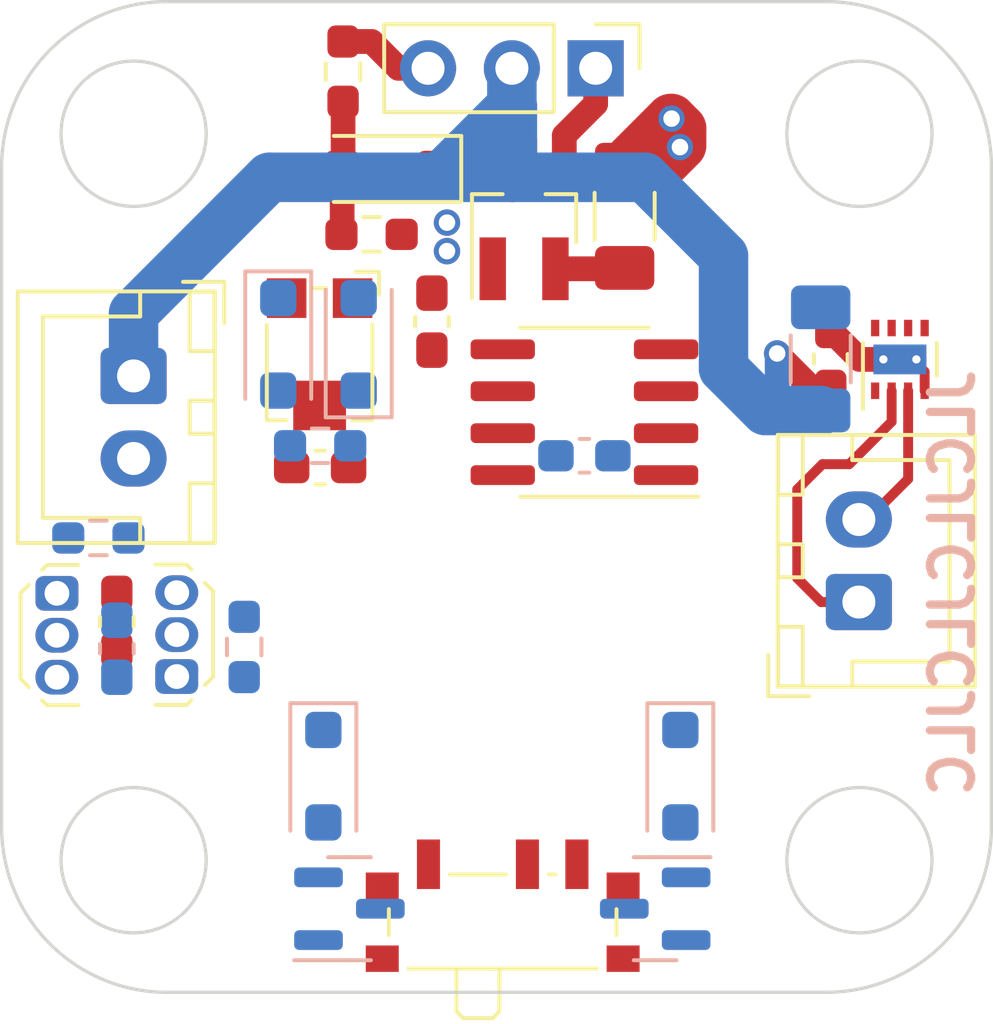
<source format=kicad_pcb>
(kicad_pcb (version 20221018) (generator pcbnew)
  (layers (0 "F.Cu" signal) (31 "B.Cu" signal) (34 "B.Paste" user) (35 "F.Paste" user) (36 "B.SilkS" user "B.Silkscreen") (37 "F.SilkS" user "F.Silkscreen") (38 "B.Mask" user) (39 "F.Mask" user) (44 "Edge.Cuts" user))
  (net 0 "")
  (net 1 "+5V")
  (net 2 "GND")
  (net 3 "VCC")
  (net 4 "EN")
  (net 5 "Net-(U2-VCC)")
  (net 6 "Net-(U1-VCC)")
  (net 7 "Net-(U4-CV)")
  (net 8 "555_TR{slash}THR")
  (net 9 "Net-(D1-K)")
  (net 10 "Net-(D1-A)")
  (net 11 "Net-(D2-A)")
  (net 12 "Net-(D3-A)")
  (net 13 "Net-(D4-K)")
  (net 14 "555_DIS")
  (net 15 "Net-(D5-A)")
  (net 16 "Net-(J1-Pin_1)")
  (net 17 "Net-(J1-Pin_2)")
  (net 18 "Net-(JP1-B)")
  (net 19 "FET_A")
  (net 20 "Net-(Q1-D)")
  (net 21 "FET_B")
  (net 22 "Net-(Q2-D)")
  (net 23 "PWM")
  (net 24 "DIR")
  (footprint "Connector_JST:JST_XH_B2B-XH-A_1x02_P2.50mm_Vertical" (layer "F.Cu") (at 40.983599 33.1821 90)
    (fp_text reference "J1" hide)
    (fp_text value "1x2_Socket" hide)
    (fp_line (start -2.85 -2.75) (end -2.85 -1.5) (stroke (width 0.12)) (layer "F.SilkS"))
    (fp_line (start -2.56 -2.46) (end -2.56 3.51) (stroke (width 0.12)) (layer "F.SilkS"))
    (fp_line (start -2.56 3.51) (end 5.06 3.51) (stroke (width 0.12)) (layer "F.SilkS"))
    (fp_line (start -2.55 -2.45) (end -2.55 -1.7) (stroke (width 0.12)) (layer "F.SilkS"))
    (fp_line (start -2.55 -1.7) (end -0.75 -1.7) (stroke (width 0.12)) (layer "F.SilkS"))
    (fp_line (start -2.55 -0.2) (end -1.8 -0.2) (stroke (width 0.12)) (layer "F.SilkS"))
    (fp_line (start -1.8 -0.2) (end -1.8 2.75) (stroke (width 0.12)) (layer "F.SilkS"))
    (fp_line (start -1.8 2.75) (end 1.25 2.75) (stroke (width 0.12)) (layer "F.SilkS"))
    (fp_line (start -1.6 -2.75) (end -2.85 -2.75) (stroke (width 0.12)) (layer "F.SilkS"))
    (fp_line (start -0.75 -2.45) (end -2.55 -2.45) (stroke (width 0.12)) (layer "F.SilkS"))
    (fp_line (start -0.75 -1.7) (end -0.75 -2.45) (stroke (width 0.12)) (layer "F.SilkS"))
    (fp_line (start 0.75 -2.45) (end 0.75 -1.7) (stroke (width 0.12)) (layer "F.SilkS"))
    (fp_line (start 0.75 -1.7) (end 1.75 -1.7) (stroke (width 0.12)) (layer "F.SilkS"))
    (fp_line (start 1.75 -2.45) (end 0.75 -2.45) (stroke (width 0.12)) (layer "F.SilkS"))
    (fp_line (start 1.75 -1.7) (end 1.75 -2.45) (stroke (width 0.12)) (layer "F.SilkS"))
    (fp_line (start 3.25 -2.45) (end 3.25 -1.7) (stroke (width 0.12)) (layer "F.SilkS"))
    (fp_line (start 3.25 -1.7) (end 5.05 -1.7) (stroke (width 0.12)) (layer "F.SilkS"))
    (fp_line (start 4.3 -0.2) (end 4.3 2.75) (stroke (width 0.12)) (layer "F.SilkS"))
    (fp_line (start 4.3 2.75) (end 1.25 2.75) (stroke (width 0.12)) (layer "F.SilkS"))
    (fp_line (start 5.05 -2.45) (end 3.25 -2.45) (stroke (width 0.12)) (layer "F.SilkS"))
    (fp_line (start 5.05 -1.7) (end 5.05 -2.45) (stroke (width 0.12)) (layer "F.SilkS"))
    (fp_line (start 5.05 -0.2) (end 4.3 -0.2) (stroke (width 0.12)) (layer "F.SilkS"))
    (fp_line (start 5.06 -2.46) (end -2.56 -2.46) (stroke (width 0.12)) (layer "F.SilkS"))
    (fp_line (start 5.06 3.51) (end 5.06 -2.46) (stroke (width 0.12)) (layer "F.SilkS"))
    (pad "1" thru_hole roundrect (at 0 0 90) (size 1.7 2) (drill 1) (layers "*.Cu" "*.Mask") (roundrect_rratio 0.147059) (net 16 "Net-(J1-Pin_1)"))
    (pad "2" thru_hole oval (at 2.5 0 90) (size 1.7 2) (drill 1) (layers "*.Cu" "*.Mask") (net 17 "Net-(J1-Pin_2)"))
  )
  (footprint "Capacitor_SMD:C_0603_1608Metric_Pad1.08x0.95mm_HandSolder" (layer "F.Cu") (at 18.4912 33.7809 -90)
    (fp_text reference "C6" hide)
    (fp_text value "4.7uF" hide)
    (fp_line (start -0.146267 -0.51) (end 0.146267 -0.51) (stroke (width 0.12)) (layer "F.SilkS"))
    (fp_line (start -0.146267 0.51) (end 0.146267 0.51) (stroke (width 0.12)) (layer "F.SilkS"))
    (pad "1" smd roundrect (at -0.8625 0 270) (size 1.075 0.95) (layers "F.Cu" "F.Paste" "F.Mask") (net 6 "Net-(U1-VCC)"))
    (pad "2" smd roundrect (at 0.8625 0 270) (size 1.075 0.95) (layers "F.Cu" "F.Paste" "F.Mask") (net 2 "GND"))
  )
  (footprint "Package_SO:SOIC-8_3.9x4.9mm_P1.27mm" (layer "F.Cu") (at 32.6644 27.4331 180)
    (fp_text reference "U4" hide)
    (fp_text value "NE555D" hide)
    (fp_line (start 0 -2.56) (end -3.45 -2.56) (stroke (width 0.12)) (layer "F.SilkS"))
    (fp_line (start 0 -2.56) (end 1.95 -2.56) (stroke (width 0.12)) (layer "F.SilkS"))
    (fp_line (start 0 2.56) (end -1.95 2.56) (stroke (width 0.12)) (layer "F.SilkS"))
    (fp_line (start 0 2.56) (end 1.95 2.56) (stroke (width 0.12)) (layer "F.SilkS"))
    (pad "1" smd roundrect (at -2.475 -1.905 180) (size 1.95 0.6) (layers "F.Cu" "F.Paste" "F.Mask") (net 2 "GND"))
    (pad "2" smd roundrect (at -2.475 -0.635 180) (size 1.95 0.6) (layers "F.Cu" "F.Paste" "F.Mask") (net 8 "555_TR{slash}THR"))
    (pad "3" smd roundrect (at -2.475 0.635 180) (size 1.95 0.6) (layers "F.Cu" "F.Paste" "F.Mask") (net 23 "PWM"))
    (pad "4" smd roundrect (at -2.475 1.905 180) (size 1.95 0.6) (layers "F.Cu" "F.Paste" "F.Mask") (net 4 "EN"))
    (pad "5" smd roundrect (at 2.475 1.905 180) (size 1.95 0.6) (layers "F.Cu" "F.Paste" "F.Mask") (net 7 "Net-(U4-CV)"))
    (pad "6" smd roundrect (at 2.475 0.635 180) (size 1.95 0.6) (layers "F.Cu" "F.Paste" "F.Mask") (net 8 "555_TR{slash}THR"))
    (pad "7" smd roundrect (at 2.475 -0.635 180) (size 1.95 0.6) (layers "F.Cu" "F.Paste" "F.Mask") (net 14 "555_DIS"))
    (pad "8" smd roundrect (at 2.475 -1.905 180) (size 1.95 0.6) (layers "F.Cu" "F.Paste" "F.Mask") (net 4 "EN"))
  )
  (footprint "Button_Switch_SMD:SW_SPDT_PCM12" (layer "F.Cu") (at 30.1872 42.5526)
    (fp_text reference "SW1" hide)
    (fp_text value "SW_SPDT" hide)
    (fp_line (start -3.45 -0.07) (end -3.45 0.72) (stroke (width 0.12)) (layer "F.SilkS"))
    (fp_line (start -2.85 1.73) (end 2.85 1.73) (stroke (width 0.12)) (layer "F.SilkS"))
    (fp_line (start -1.6 -1.12) (end 0.1 -1.12) (stroke (width 0.12)) (layer "F.SilkS"))
    (fp_line (start -1.4 1.73) (end -1.4 3.02) (stroke (width 0.12)) (layer "F.SilkS"))
    (fp_line (start -1.4 3.02) (end -1.2 3.23) (stroke (width 0.12)) (layer "F.SilkS"))
    (fp_line (start -1.2 3.23) (end -0.3 3.23) (stroke (width 0.12)) (layer "F.SilkS"))
    (fp_line (start -0.1 3.02) (end -0.3 3.23) (stroke (width 0.12)) (layer "F.SilkS"))
    (fp_line (start -0.1 3.02) (end -0.1 1.73) (stroke (width 0.12)) (layer "F.SilkS"))
    (fp_line (start 1.4 -1.12) (end 1.6 -1.12) (stroke (width 0.12)) (layer "F.SilkS"))
    (fp_line (start 3.45 0.72) (end 3.45 -0.07) (stroke (width 0.12)) (layer "F.SilkS"))
    (pad "" smd rect (at -3.65 -0.78) (size 1 0.8) (layers "F.Cu" "F.Paste" "F.Mask"))
    (pad "" smd rect (at -3.65 1.43) (size 1 0.8) (layers "F.Cu" "F.Paste" "F.Mask"))
    (pad "" np_thru_hole circle (at -1.5 0.33) (size 0.9 0.9) (drill 0.9) (layers "*.Cu" "*.Mask"))
    (pad "" np_thru_hole circle (at 1.5 0.33) (size 0.9 0.9) (drill 0.9) (layers "*.Cu" "*.Mask"))
    (pad "" smd rect (at 3.65 -0.78) (size 1 0.8) (layers "F.Cu" "F.Paste" "F.Mask"))
    (pad "" smd rect (at 3.65 1.43) (size 1 0.8) (layers "F.Cu" "F.Paste" "F.Mask"))
    (pad "1" smd rect (at -2.25 -1.43) (size 0.7 1.5) (layers "F.Cu" "F.Paste" "F.Mask") (net 22 "Net-(Q2-D)"))
    (pad "2" smd rect (at 0.75 -1.43) (size 0.7 1.5) (layers "F.Cu" "F.Paste" "F.Mask") (net 1 "+5V"))
    (pad "3" smd rect (at 2.25 -1.43) (size 0.7 1.5) (layers "F.Cu" "F.Paste" "F.Mask") (net 20 "Net-(Q1-D)"))
  )
  (footprint "Capacitor_SMD:C_0603_1608Metric_Pad1.08x0.95mm_HandSolder" (layer "F.Cu") (at 24.654 29.1096)
    (fp_text reference "C8" hide)
    (fp_text value "100nF" hide)
    (fp_line (start -0.146267 -0.51) (end 0.146267 -0.51) (stroke (width 0.12)) (layer "F.SilkS"))
    (fp_line (start -0.146267 0.51) (end 0.146267 0.51) (stroke (width 0.12)) (layer "F.SilkS"))
    (pad "1" smd roundrect (at -0.8625 0) (size 1.075 0.95) (layers "F.Cu" "F.Paste" "F.Mask") (net 8 "555_TR{slash}THR"))
    (pad "2" smd roundrect (at 0.8625 0) (size 1.075 0.95) (layers "F.Cu" "F.Paste" "F.Mask") (net 2 "GND"))
  )
  (footprint "Resistor_SMD:R_0603_1608Metric_Pad0.98x0.95mm_HandSolder" (layer "F.Cu") (at 26.2128 22.0472)
    (fp_text reference "R2" hide)
    (fp_text value "200" hide)
    (fp_line (start -0.254724 -0.5225) (end 0.254724 -0.5225) (stroke (width 0.12)) (layer "F.SilkS"))
    (fp_line (start -0.254724 0.5225) (end 0.254724 0.5225) (stroke (width 0.12)) (layer "F.SilkS"))
    (pad "1" smd roundrect (at -0.9125 0) (size 0.975 0.95) (layers "F.Cu" "F.Paste" "F.Mask") (net 10 "Net-(D1-A)"))
    (pad "2" smd roundrect (at 0.9125 0) (size 0.975 0.95) (layers "F.Cu" "F.Paste" "F.Mask") (net 2 "GND"))
  )
  (footprint "Connector_PinHeader_2.54mm:PinHeader_1x03_P2.54mm_Vertical" (layer "F.Cu") (at 33.005 17.018 -90)
    (fp_text reference "JP1" hide)
    (fp_text value "Jumper_3_Bridged12" hide)
    (fp_line (start -1.33 -1.33) (end 0 -1.33) (stroke (width 0.12)) (layer "F.SilkS"))
    (fp_line (start -1.33 0) (end -1.33 -1.33) (stroke (width 0.12)) (layer "F.SilkS"))
    (fp_line (start -1.33 1.27) (end -1.33 6.41) (stroke (width 0.12)) (layer "F.SilkS"))
    (fp_line (start -1.33 1.27) (end 1.33 1.27) (stroke (width 0.12)) (layer "F.SilkS"))
    (fp_line (start -1.33 6.41) (end 1.33 6.41) (stroke (width 0.12)) (layer "F.SilkS"))
    (fp_line (start 1.33 1.27) (end 1.33 6.41) (stroke (width 0.12)) (layer "F.SilkS"))
    (pad "1" thru_hole rect (at 0 0 270) (size 1.7 1.7) (drill 1) (layers "*.Cu" "*.Mask") (net 9 "Net-(D1-K)"))
    (pad "2" thru_hole oval (at 0 2.54 270) (size 1.7 1.7) (drill 1) (layers "*.Cu" "*.Mask") (net 3 "VCC"))
    (pad "3" thru_hole oval (at 0 5.08 270) (size 1.7 1.7) (drill 1) (layers "*.Cu" "*.Mask") (net 18 "Net-(JP1-B)"))
  )
  (footprint "Capacitor_SMD:C_0603_1608Metric_Pad1.08x0.95mm_HandSolder" (layer "F.Cu") (at 40.132 25.8198 90)
    (fp_text reference "C2" hide)
    (fp_text value "100nF" hide)
    (fp_line (start -0.146267 -0.51) (end 0.146267 -0.51) (stroke (width 0.12)) (layer "F.SilkS"))
    (fp_line (start -0.146267 0.51) (end 0.146267 0.51) (stroke (width 0.12)) (layer "F.SilkS"))
    (pad "1" smd roundrect (at -0.8625 0 90) (size 1.075 0.95) (layers "F.Cu" "F.Paste" "F.Mask") (net 3 "VCC"))
    (pad "2" smd roundrect (at 0.8625 0 90) (size 1.075 0.95) (layers "F.Cu" "F.Paste" "F.Mask") (net 2 "GND"))
  )
  (footprint "Resistor_SMD:R_0603_1608Metric_Pad0.98x0.95mm_HandSolder" (layer "F.Cu") (at 25.3492 17.1196 -90)
    (fp_text reference "R1" hide)
    (fp_text value "100" hide)
    (fp_line (start -0.254724 -0.5225) (end 0.254724 -0.5225) (stroke (width 0.12)) (layer "F.SilkS"))
    (fp_line (start -0.254724 0.5225) (end 0.254724 0.5225) (stroke (width 0.12)) (layer "F.SilkS"))
    (pad "1" smd roundrect (at -0.9125 0 270) (size 0.975 0.95) (layers "F.Cu" "F.Paste" "F.Mask") (net 18 "Net-(JP1-B)"))
    (pad "2" smd roundrect (at 0.9125 0 270) (size 0.975 0.95) (layers "F.Cu" "F.Paste" "F.Mask") (net 10 "Net-(D1-A)"))
  )
  (footprint "Capacitor_SMD:C_1206_3216Metric_Pad1.33x1.80mm_HandSolder" (layer "F.Cu") (at 33.8836 21.5007 90)
    (fp_text reference "C1" hide)
    (fp_text value "10uF" hide)
    (fp_line (start -0.711252 -0.91) (end 0.711252 -0.91) (stroke (width 0.12)) (layer "F.SilkS"))
    (fp_line (start -0.711252 0.91) (end 0.711252 0.91) (stroke (width 0.12)) (layer "F.SilkS"))
    (pad "1" smd roundrect (at -1.5625 0 90) (size 1.325 1.8) (layers "F.Cu" "F.Paste" "F.Mask") (roundrect_rratio 0.188679) (net 1 "+5V"))
    (pad "2" smd roundrect (at 1.5625 0 90) (size 1.325 1.8) (layers "F.Cu" "F.Paste" "F.Mask") (roundrect_rratio 0.188679) (net 2 "GND"))
  )
  (footprint "Capacitor_SMD:C_0603_1608Metric_Pad1.08x0.95mm_HandSolder" (layer "F.Cu") (at 28.0416 24.6899 90)
    (fp_text reference "C7" hide)
    (fp_text value "100nF" hide)
    (fp_line (start -0.146267 -0.51) (end 0.146267 -0.51) (stroke (width 0.12)) (layer "F.SilkS"))
    (fp_line (start -0.146267 0.51) (end 0.146267 0.51) (stroke (width 0.12)) (layer "F.SilkS"))
    (pad "1" smd roundrect (at -0.8625 0 90) (size 1.075 0.95) (layers "F.Cu" "F.Paste" "F.Mask") (net 7 "Net-(U4-CV)"))
    (pad "2" smd roundrect (at 0.8625 0 90) (size 1.075 0.95) (layers "F.Cu" "F.Paste" "F.Mask") (net 2 "GND"))
  )
  (footprint "Package_SON:WSON-8-1EP_2x2mm_P0.5mm_EP0.9x1.6mm_ThermalVias" (layer "F.Cu") (at 42.2268 25.8339 90)
    (fp_text reference "U3" hide)
    (fp_text value "DRV8220DSG" hide)
    (fp_line (start -1.5 -1.12) (end 0.5 -1.12) (stroke (width 0.12)) (layer "F.SilkS"))
    (fp_line (start 0.5 1.12) (end -0.5 1.12) (stroke (width 0.12)) (layer "F.SilkS"))
    (pad "1" smd rect (at -0.95 -0.75 90) (size 0.5 0.25) (layers "F.Cu" "F.Paste" "F.Mask") (net 3 "VCC"))
    (pad "2" smd rect (at -0.95 -0.25 90) (size 0.5 0.25) (layers "F.Cu" "F.Paste" "F.Mask") (net 16 "Net-(J1-Pin_1)"))
    (pad "3" smd rect (at -0.95 0.25 90) (size 0.5 0.25) (layers "F.Cu" "F.Paste" "F.Mask") (net 17 "Net-(J1-Pin_2)"))
    (pad "4" smd rect (at -0.95 0.75 90) (size 0.5 0.25) (layers "F.Cu" "F.Paste" "F.Mask") (net 2 "GND"))
    (pad "5" smd rect (at 0.95 0.75 90) (size 0.5 0.25) (layers "F.Cu" "F.Paste" "F.Mask") (net 23 "PWM"))
    (pad "6" smd rect (at 0.95 0.25 90) (size 0.5 0.25) (layers "F.Cu" "F.Paste" "F.Mask") (net 24 "DIR"))
    (pad "7" smd rect (at 0.95 -0.25 90) (size 0.5 0.25) (layers "F.Cu" "F.Paste" "F.Mask") (net 1 "+5V"))
    (pad "8" smd rect (at 0.95 -0.75 90) (size 0.5 0.25) (layers "F.Cu" "F.Paste" "F.Mask") (net 4 "EN"))
    (pad "9" thru_hole circle (at 0 -0.5 90) (size 0.6 0.6) (drill 0.25) (layers "*.Cu") (net 2 "GND"))
    (pad "9" smd rect (at 0 0 90) (size 0.9 1.6) (layers "F.Cu" "F.Mask") (net 2 "GND"))
    (pad "9" smd rect (at 0 0 90) (size 0.9 1.6) (layers "B.Cu") (net 2 "GND"))
    (pad "9" thru_hole circle (at 0 0.5 90) (size 0.6 0.6) (drill 0.25) (layers "*.Cu") (net 2 "GND"))
  )
  (footprint "Diode_SMD:D_SOD-123F" (layer "F.Cu") (at 26.7208 20.066 180)
    (fp_text reference "D1" hide)
    (fp_text value "1N4007" hide)
    (fp_line (start -2.21 -1) (end -2.21 1) (stroke (width 0.12)) (layer "F.SilkS"))
    (fp_line (start -2.21 -1) (end 1.65 -1) (stroke (width 0.12)) (layer "F.SilkS"))
    (fp_line (start -2.21 1) (end 1.65 1) (stroke (width 0.12)) (layer "F.SilkS"))
    (pad "1" smd roundrect (at -1.4 0 180) (size 1.1 1.1) (layers "F.Cu" "F.Paste" "F.Mask") (roundrect_rratio 0.2272727273) (net 9 "Net-(D1-K)"))
    (pad "2" smd roundrect (at 1.4 0 180) (size 1.1 1.1) (layers "F.Cu" "F.Paste" "F.Mask") (roundrect_rratio 0.2272727273) (net 10 "Net-(D1-A)"))
  )
  (footprint "Connector_JST:JST_XH_B2B-XH-A_1x02_P2.50mm_Vertical" (layer "F.Cu") (at 18.9992 26.3344 -90)
    (fp_text reference "J2" hide)
    (fp_text value "1x2_Socket" hide)
    (fp_line (start -2.85 -2.75) (end -2.85 -1.5) (stroke (width 0.12)) (layer "F.SilkS"))
    (fp_line (start -2.56 -2.46) (end -2.56 3.51) (stroke (width 0.12)) (layer "F.SilkS"))
    (fp_line (start -2.56 3.51) (end 5.06 3.51) (stroke (width 0.12)) (layer "F.SilkS"))
    (fp_line (start -2.55 -2.45) (end -2.55 -1.7) (stroke (width 0.12)) (layer "F.SilkS"))
    (fp_line (start -2.55 -1.7) (end -0.75 -1.7) (stroke (width 0.12)) (layer "F.SilkS"))
    (fp_line (start -2.55 -0.2) (end -1.8 -0.2) (stroke (width 0.12)) (layer "F.SilkS"))
    (fp_line (start -1.8 -0.2) (end -1.8 2.75) (stroke (width 0.12)) (layer "F.SilkS"))
    (fp_line (start -1.8 2.75) (end 1.25 2.75) (stroke (width 0.12)) (layer "F.SilkS"))
    (fp_line (start -1.6 -2.75) (end -2.85 -2.75) (stroke (width 0.12)) (layer "F.SilkS"))
    (fp_line (start -0.75 -2.45) (end -2.55 -2.45) (stroke (width 0.12)) (layer "F.SilkS"))
    (fp_line (start -0.75 -1.7) (end -0.75 -2.45) (stroke (width 0.12)) (layer "F.SilkS"))
    (fp_line (start 0.75 -2.45) (end 0.75 -1.7) (stroke (width 0.12)) (layer "F.SilkS"))
    (fp_line (start 0.75 -1.7) (end 1.75 -1.7) (stroke (width 0.12)) (layer "F.SilkS"))
    (fp_line (start 1.75 -2.45) (end 0.75 -2.45) (stroke (width 0.12)) (layer "F.SilkS"))
    (fp_line (start 1.75 -1.7) (end 1.75 -2.45) (stroke (width 0.12)) (layer "F.SilkS"))
    (fp_line (start 3.25 -2.45) (end 3.25 -1.7) (stroke (width 0.12)) (layer "F.SilkS"))
    (fp_line (start 3.25 -1.7) (end 5.05 -1.7) (stroke (width 0.12)) (layer "F.SilkS"))
    (fp_line (start 4.3 -0.2) (end 4.3 2.75) (stroke (width 0.12)) (layer "F.SilkS"))
    (fp_line (start 4.3 2.75) (end 1.25 2.75) (stroke (width 0.12)) (layer "F.SilkS"))
    (fp_line (start 5.05 -2.45) (end 3.25 -2.45) (stroke (width 0.12)) (layer "F.SilkS"))
    (fp_line (start 5.05 -1.7) (end 5.05 -2.45) (stroke (width 0.12)) (layer "F.SilkS"))
    (fp_line (start 5.05 -0.2) (end 4.3 -0.2) (stroke (width 0.12)) (layer "F.SilkS"))
    (fp_line (start 5.06 -2.46) (end -2.56 -2.46) (stroke (width 0.12)) (layer "F.SilkS"))
    (fp_line (start 5.06 3.51) (end 5.06 -2.46) (stroke (width 0.12)) (layer "F.SilkS"))
    (pad "1" thru_hole roundrect (at 0 0 270) (size 1.7 2) (drill 1) (layers "*.Cu" "*.Mask") (roundrect_rratio 0.147059) (net 3 "VCC"))
    (pad "2" thru_hole oval (at 2.5 0 270) (size 1.7 2) (drill 1) (layers "*.Cu" "*.Mask") (net 2 "GND"))
  )
  (footprint "Package_TO_SOT_SMD:SOT-23_Handsoldering" (layer "F.Cu") (at 30.8356 21.59 90)
    (fp_text reference "U5" hide)
    (fp_text value "HT7350" hide)
    (fp_line (start 0.76 -1.58) (end -2.4 -1.58) (stroke (width 0.12)) (layer "F.SilkS"))
    (fp_line (start 0.76 -1.58) (end 0.76 -0.65) (stroke (width 0.12)) (layer "F.SilkS"))
    (fp_line (start 0.76 1.58) (end -0.7 1.58) (stroke (width 0.12)) (layer "F.SilkS"))
    (fp_line (start 0.76 1.58) (end 0.76 0.65) (stroke (width 0.12)) (layer "F.SilkS"))
    (pad "1" smd rect (at -1.5 -0.95 90) (size 1.9 0.8) (layers "F.Cu" "F.Paste" "F.Mask") (net 2 "GND"))
    (pad "2" smd rect (at -1.5 0.95 90) (size 1.9 0.8) (layers "F.Cu" "F.Paste" "F.Mask") (net 1 "+5V"))
    (pad "3" smd rect (at 1.5 0 90) (size 1.9 0.8) (layers "F.Cu" "F.Paste" "F.Mask") (net 9 "Net-(D1-K)"))
  )
  (footprint "Package_TO_SOT_THT:TO-92Flat" (layer "F.Cu") (at 16.675 32.9184 -90)
    (fp_text reference "U1" hide)
    (fp_text value "KTH1611SU-TO3" hide)
    (fp_line (start -0.86 0.3) (end -0.86 -0.65) (stroke (width 0.12)) (layer "F.SilkS"))
    (fp_line (start -0.71 0.45) (end -0.86 0.3) (stroke (width 0.12)) (layer "F.SilkS"))
    (fp_line (start -0.01 1.1) (end -0.26 0.85) (stroke (width 0.12)) (layer "F.SilkS"))
    (fp_line (start -0.01 1.1) (end 2.59 1.1) (stroke (width 0.12)) (layer "F.SilkS"))
    (fp_line (start 2.59 1.1) (end 2.84 0.85) (stroke (width 0.12)) (layer "F.SilkS"))
    (fp_line (start 3.24 0.45) (end 3.39 0.3) (stroke (width 0.12)) (layer "F.SilkS"))
    (fp_line (start 3.39 -0.65) (end 3.39 0.3) (stroke (width 0.12)) (layer "F.SilkS"))
    (pad "1" thru_hole roundrect (at 0 0 270) (size 1.05 1.3) (drill 0.75) (layers "*.Cu" "*.Mask") (roundrect_rratio 0.238) (net 6 "Net-(U1-VCC)"))
    (pad "2" thru_hole oval (at 1.27 0 270) (size 1.05 1.3) (drill 0.75) (layers "*.Cu" "*.Mask") (net 2 "GND"))
    (pad "3" thru_hole oval (at 2.54 0 270) (size 1.05 1.3) (drill 0.75) (layers "*.Cu" "*.Mask") (net 19 "FET_A"))
  )
  (footprint "Potentiometer_SMD:Potentiometer_Bourns_TC33X_Vertical" (layer "F.Cu") (at 24.638 25.7788 -90)
    (fp_text reference "VR1" hide)
    (fp_text value "TC33X" hide)
    (fp_line (start -2.6 -1.8) (end -2.6 -1.1) (stroke (width 0.12)) (layer "F.SilkS"))
    (fp_line (start -2.1 -0.2) (end -2.1 0.2) (stroke (width 0.12)) (layer "F.SilkS"))
    (fp_line (start -1.9 -1.8) (end -2.6 -1.8) (stroke (width 0.12)) (layer "F.SilkS"))
    (fp_line (start -1 -1.6) (end 1.9 -1.6) (stroke (width 0.12)) (layer "F.SilkS"))
    (fp_line (start -1 1.6) (end 1.9 1.6) (stroke (width 0.12)) (layer "F.SilkS"))
    (fp_line (start 1.9 -1.6) (end 1.9 -1) (stroke (width 0.12)) (layer "F.SilkS"))
    (fp_line (start 1.9 1.6) (end 1.9 1) (stroke (width 0.12)) (layer "F.SilkS"))
    (pad "1" smd rect (at -1.8 -1 270) (size 1.2 1.2) (layers "F.Cu" "F.Paste" "F.Mask") (net 15 "Net-(D5-A)"))
    (pad "2" smd rect (at 1.45 0 270) (size 1.5 1.6) (layers "F.Cu" "F.Paste" "F.Mask") (net 8 "555_TR{slash}THR"))
    (pad "3" smd rect (at -1.8 1 270) (size 1.2 1.2) (layers "F.Cu" "F.Paste" "F.Mask") (net 13 "Net-(D4-K)"))
  )
  (footprint "Package_TO_SOT_THT:TO-92Flat" (layer "F.Cu") (at 20.3074 35.438399 90)
    (fp_text reference "U2" hide)
    (fp_text value "KTH1611SU-TO3" hide)
    (fp_line (start -0.86 0.3) (end -0.86 -0.65) (stroke (width 0.12)) (layer "F.SilkS"))
    (fp_line (start -0.71 0.45) (end -0.86 0.3) (stroke (width 0.12)) (layer "F.SilkS"))
    (fp_line (start -0.01 1.1) (end -0.26 0.85) (stroke (width 0.12)) (layer "F.SilkS"))
    (fp_line (start -0.01 1.1) (end 2.59 1.1) (stroke (width 0.12)) (layer "F.SilkS"))
    (fp_line (start 2.59 1.1) (end 2.84 0.85) (stroke (width 0.12)) (layer "F.SilkS"))
    (fp_line (start 3.24 0.45) (end 3.39 0.3) (stroke (width 0.12)) (layer "F.SilkS"))
    (fp_line (start 3.39 -0.65) (end 3.39 0.3) (stroke (width 0.12)) (layer "F.SilkS"))
    (pad "1" thru_hole roundrect (at 0 0 90) (size 1.05 1.3) (drill 0.75) (layers "*.Cu" "*.Mask") (roundrect_rratio 0.238) (net 5 "Net-(U2-VCC)"))
    (pad "2" thru_hole oval (at 1.27 0 90) (size 1.05 1.3) (drill 0.75) (layers "*.Cu" "*.Mask") (net 2 "GND"))
    (pad "3" thru_hole oval (at 2.54 0 90) (size 1.05 1.3) (drill 0.75) (layers "*.Cu" "*.Mask") (net 21 "FET_B"))
  )
  (footprint "Diode_SMD:D_SOD-123F" (layer "B.Cu") (at 24.7516 38.4556 -90)
    (fp_text reference "D2" hide)
    (fp_text value "1N4007" hide)
    (fp_line (start -2.21 -1) (end 1.65 -1) (stroke (width 0.12)) (layer "B.SilkS"))
    (fp_line (start -2.21 1) (end -2.21 -1) (stroke (width 0.12)) (layer "B.SilkS"))
    (fp_line (start -2.21 1) (end 1.65 1) (stroke (width 0.12)) (layer "B.SilkS"))
    (pad "1" smd roundrect (at -1.4 0 270) (size 1.1 1.1) (layers "B.Cu" "B.Paste" "B.Mask") (roundrect_rratio 0.2272727273) (net 4 "EN"))
    (pad "2" smd roundrect (at 1.4 0 270) (size 1.1 1.1) (layers "B.Cu" "B.Paste" "B.Mask") (roundrect_rratio 0.2272727273) (net 11 "Net-(D2-A)"))
  )
  (footprint "Resistor_SMD:R_0603_1608Metric_Pad0.98x0.95mm_HandSolder" (layer "B.Cu") (at 17.9324 31.242 180)
    (fp_text reference "R3" hide)
    (fp_text value "200" hide)
    (fp_line (start -0.254724 -0.5225) (end 0.254724 -0.5225) (stroke (width 0.12)) (layer "B.SilkS"))
    (fp_line (start -0.254724 0.5225) (end 0.254724 0.5225) (stroke (width 0.12)) (layer "B.SilkS"))
    (pad "1" smd roundrect (at -0.9125 0 180) (size 0.975 0.95) (layers "B.Cu" "B.Paste" "B.Mask") (net 1 "+5V"))
    (pad "2" smd roundrect (at 0.9125 0 180) (size 0.975 0.95) (layers "B.Cu" "B.Paste" "B.Mask") (net 6 "Net-(U1-VCC)"))
  )
  (footprint "Resistor_SMD:R_0603_1608Metric_Pad0.98x0.95mm_HandSolder" (layer "B.Cu") (at 24.654 28.4492 180)
    (fp_text reference "R5" hide)
    (fp_text value "220" hide)
    (fp_line (start -0.254724 -0.5225) (end 0.254724 -0.5225) (stroke (width 0.12)) (layer "B.SilkS"))
    (fp_line (start -0.254724 0.5225) (end 0.254724 0.5225) (stroke (width 0.12)) (layer "B.SilkS"))
    (pad "1" smd roundrect (at -0.9125 0 180) (size 0.975 0.95) (layers "B.Cu" "B.Paste" "B.Mask") (net 4 "EN"))
    (pad "2" smd roundrect (at 0.9125 0 180) (size 0.975 0.95) (layers "B.Cu" "B.Paste" "B.Mask") (net 14 "555_DIS"))
  )
  (footprint "Capacitor_SMD:C_0603_1608Metric_Pad1.08x0.95mm_HandSolder" (layer "B.Cu") (at 18.4912 34.5959 90)
    (fp_text reference "C5" hide)
    (fp_text value "4.7uF" hide)
    (fp_line (start -0.146267 -0.51) (end 0.146267 -0.51) (stroke (width 0.12)) (layer "B.SilkS"))
    (fp_line (start -0.146267 0.51) (end 0.146267 0.51) (stroke (width 0.12)) (layer "B.SilkS"))
    (pad "1" smd roundrect (at -0.8625 0 90) (size 1.075 0.95) (layers "B.Cu" "B.Paste" "B.Mask") (net 5 "Net-(U2-VCC)"))
    (pad "2" smd roundrect (at 0.8625 0 90) (size 1.075 0.95) (layers "B.Cu" "B.Paste" "B.Mask") (net 2 "GND"))
  )
  (footprint "Resistor_SMD:R_0603_1608Metric_Pad0.98x0.95mm_HandSolder" (layer "B.Cu") (at 22.352 34.5421 -90)
    (fp_text reference "R4" hide)
    (fp_text value "200" hide)
    (fp_line (start -0.254724 -0.5225) (end 0.254724 -0.5225) (stroke (width 0.12)) (layer "B.SilkS"))
    (fp_line (start -0.254724 0.5225) (end 0.254724 0.5225) (stroke (width 0.12)) (layer "B.SilkS"))
    (pad "1" smd roundrect (at -0.9125 0 270) (size 0.975 0.95) (layers "B.Cu" "B.Paste" "B.Mask") (net 1 "+5V"))
    (pad "2" smd roundrect (at 0.9125 0 270) (size 0.975 0.95) (layers "B.Cu" "B.Paste" "B.Mask") (net 5 "Net-(U2-VCC)"))
  )
  (footprint "Package_TO_SOT_SMD:SOT-23" (layer "B.Cu") (at 34.81 42.4688 180)
    (fp_text reference "Q1" hide)
    (fp_text value "2N7002K" hide)
    (fp_line (start 0 -1.56) (end -0.65 -1.56) (stroke (width 0.12)) (layer "B.SilkS"))
    (fp_line (start 0 -1.56) (end 0.65 -1.56) (stroke (width 0.12)) (layer "B.SilkS"))
    (fp_line (start 0 1.56) (end -1.675 1.56) (stroke (width 0.12)) (layer "B.SilkS"))
    (fp_line (start 0 1.56) (end 0.65 1.56) (stroke (width 0.12)) (layer "B.SilkS"))
    (pad "1" smd roundrect (at -0.9375 0.95 180) (size 1.475 0.6) (layers "B.Cu" "B.Paste" "B.Mask") (net 19 "FET_A"))
    (pad "2" smd roundrect (at -0.9375 -0.95 180) (size 1.475 0.6) (layers "B.Cu" "B.Paste" "B.Mask") (net 12 "Net-(D3-A)"))
    (pad "3" smd roundrect (at 0.9375 0 180) (size 1.475 0.6) (layers "B.Cu" "B.Paste" "B.Mask") (net 20 "Net-(Q1-D)"))
  )
  (footprint "Package_TO_SOT_SMD:SOT-23" (layer "B.Cu") (at 25.5413 42.4688)
    (fp_text reference "Q2" hide)
    (fp_text value "2N7002K" hide)
    (fp_line (start 0 -1.56) (end -0.65 -1.56) (stroke (width 0.12)) (layer "B.SilkS"))
    (fp_line (start 0 -1.56) (end 0.65 -1.56) (stroke (width 0.12)) (layer "B.SilkS"))
    (fp_line (start 0 1.56) (end -1.675 1.56) (stroke (width 0.12)) (layer "B.SilkS"))
    (fp_line (start 0 1.56) (end 0.65 1.56) (stroke (width 0.12)) (layer "B.SilkS"))
    (pad "1" smd roundrect (at -0.9375 0.95) (size 1.475 0.6) (layers "B.Cu" "B.Paste" "B.Mask") (net 21 "FET_B"))
    (pad "2" smd roundrect (at -0.9375 -0.95) (size 1.475 0.6) (layers "B.Cu" "B.Paste" "B.Mask") (net 11 "Net-(D2-A)"))
    (pad "3" smd roundrect (at 0.9375 0) (size 1.475 0.6) (layers "B.Cu" "B.Paste" "B.Mask") (net 22 "Net-(Q2-D)"))
  )
  (footprint "Capacitor_SMD:C_1206_3216Metric_Pad1.33x1.80mm_HandSolder" (layer "B.Cu") (at 39.8272 25.8187 90)
    (fp_text reference "C3" hide)
    (fp_text value "10uF" hide)
    (fp_line (start -0.711252 -0.91) (end 0.711252 -0.91) (stroke (width 0.12)) (layer "B.SilkS"))
    (fp_line (start -0.711252 0.91) (end 0.711252 0.91) (stroke (width 0.12)) (layer "B.SilkS"))
    (pad "1" smd roundrect (at -1.5625 0 90) (size 1.325 1.8) (layers "B.Cu" "B.Paste" "B.Mask") (roundrect_rratio 0.188679) (net 3 "VCC"))
    (pad "2" smd roundrect (at 1.5625 0 90) (size 1.325 1.8) (layers "B.Cu" "B.Paste" "B.Mask") (roundrect_rratio 0.188679) (net 2 "GND"))
  )
  (footprint "Diode_SMD:D_SOD-123F" (layer "B.Cu") (at 35.572 38.4556 -90)
    (fp_text reference "D3" hide)
    (fp_text value "1N4007" hide)
    (fp_line (start -2.21 -1) (end 1.65 -1) (stroke (width 0.12)) (layer "B.SilkS"))
    (fp_line (start -2.21 1) (end -2.21 -1) (stroke (width 0.12)) (layer "B.SilkS"))
    (fp_line (start -2.21 1) (end 1.65 1) (stroke (width 0.12)) (layer "B.SilkS"))
    (pad "1" smd roundrect (at -1.4 0 270) (size 1.1 1.1) (layers "B.Cu" "B.Paste" "B.Mask") (roundrect_rratio 0.2272727273) (net 4 "EN"))
    (pad "2" smd roundrect (at 1.4 0 270) (size 1.1 1.1) (layers "B.Cu" "B.Paste" "B.Mask") (roundrect_rratio 0.2272727273) (net 12 "Net-(D3-A)"))
  )
  (footprint "Diode_SMD:D_SOD-123F" (layer "B.Cu") (at 25.8224 25.3788 90)
    (fp_text reference "D5" hide)
    (fp_text value "1N4007" hide)
    (fp_line (start -2.21 -1) (end 1.65 -1) (stroke (width 0.12)) (layer "B.SilkS"))
    (fp_line (start -2.21 1) (end -2.21 -1) (stroke (width 0.12)) (layer "B.SilkS"))
    (fp_line (start -2.21 1) (end 1.65 1) (stroke (width 0.12)) (layer "B.SilkS"))
    (pad "1" smd roundrect (at -1.4 0 90) (size 1.1 1.1) (layers "B.Cu" "B.Paste" "B.Mask") (roundrect_rratio 0.2272727273) (net 14 "555_DIS"))
    (pad "2" smd roundrect (at 1.4 0 90) (size 1.1 1.1) (layers "B.Cu" "B.Paste" "B.Mask") (roundrect_rratio 0.2272727273) (net 15 "Net-(D5-A)"))
  )
  (footprint "Capacitor_SMD:C_0603_1608Metric_Pad1.08x0.95mm_HandSolder" (layer "B.Cu") (at 32.6644 28.7528 180)
    (fp_text reference "C4" hide)
    (fp_text value "4.7uF" hide)
    (fp_line (start -0.146267 -0.51) (end 0.146267 -0.51) (stroke (width 0.12)) (layer "B.SilkS"))
    (fp_line (start -0.146267 0.51) (end 0.146267 0.51) (stroke (width 0.12)) (layer "B.SilkS"))
    (pad "1" smd roundrect (at -0.8625 0 180) (size 1.075 0.95) (layers "B.Cu" "B.Paste" "B.Mask") (net 2 "GND"))
    (pad "2" smd roundrect (at 0.8625 0 180) (size 1.075 0.95) (layers "B.Cu" "B.Paste" "B.Mask") (net 4 "EN"))
  )
  (footprint "Diode_SMD:D_SOD-123F" (layer "B.Cu") (at 23.384 25.3788 -90)
    (fp_text reference "D4" hide)
    (fp_text value "1N4007" hide)
    (fp_line (start -2.21 -1) (end 1.65 -1) (stroke (width 0.12)) (layer "B.SilkS"))
    (fp_line (start -2.21 1) (end -2.21 -1) (stroke (width 0.12)) (layer "B.SilkS"))
    (fp_line (start -2.21 1) (end 1.65 1) (stroke (width 0.12)) (layer "B.SilkS"))
    (pad "1" smd roundrect (at -1.4 0 270) (size 1.1 1.1) (layers "B.Cu" "B.Paste" "B.Mask") (roundrect_rratio 0.2272727273) (net 13 "Net-(D4-K)"))
    (pad "2" smd roundrect (at 1.4 0 270) (size 1.1 1.1) (layers "B.Cu" "B.Paste" "B.Mask") (roundrect_rratio 0.2272727273) (net 14 "555_DIS"))
  )
  (gr_arc (start 15 20) (mid 16.464466 16.464466) (end 20 15) (stroke (width 0.1)) (layer "Edge.Cuts"))
  (gr_circle (center 19 19) (end 21.2 19) (stroke (width 0.1)) (fill none) (layer "Edge.Cuts"))
  (gr_line (start 15 40) (end 15 20) (stroke (width 0.1)) (layer "Edge.Cuts"))
  (gr_line (start 20 15) (end 40 15) (stroke (width 0.1)) (layer "Edge.Cuts"))
  (gr_circle (center 41 19) (end 43.2 19) (stroke (width 0.1)) (fill none) (layer "Edge.Cuts"))
  (gr_arc (start 40 15) (mid 43.535534 16.464466) (end 45 20) (stroke (width 0.1)) (layer "Edge.Cuts"))
  (gr_circle (center 41 41) (end 43.2 41) (stroke (width 0.1)) (fill none) (layer "Edge.Cuts"))
  (gr_line (start 40 45) (end 20 45) (stroke (width 0.1)) (layer "Edge.Cuts"))
  (gr_arc (start 20 45) (mid 16.464466 43.535534) (end 15 40) (stroke (width 0.1)) (layer "Edge.Cuts"))
  (gr_circle (center 19 41) (end 21.2 41) (stroke (width 0.1)) (fill none) (layer "Edge.Cuts"))
  (gr_arc (start 45 40) (mid 43.535534 43.535534) (end 40 45) (stroke (width 0.1)) (layer "Edge.Cuts"))
  (gr_line (start 45 20) (end 45 40) (stroke (width 0.1)) (layer "Edge.Cuts"))
  (gr_text "JLCJLCJLCJLC" (at 44.5516 26.0096 90) (layer "B.SilkS") (effects (font (size 1.25 1.25) (thickness 0.25) bold) (justify left bottom mirror)))
  (segment (start 31.7856 23.09) (end 33.8568 23.09) (width 0.75) (layer "F.Cu") (net 1))
  (segment (start 33.8568 23.09) (end 33.8836 23.0632) (width 0.75) (layer "F.Cu") (net 1))
  (segment (start 35.306 18.542) (end 35.6108 18.8468) (width 1.5) (layer "F.Cu") (net 2))
  (segment (start 35.0274 19.9382) (end 35.56 19.4056) (width 1.5) (layer "F.Cu") (net 2))
  (segment (start 35.306 18.542) (end 35.2798 18.542) (width 1.5) (layer "F.Cu") (net 2))
  (segment (start 35.2798 18.542) (end 33.8836 19.9382) (width 1.5) (layer "F.Cu") (net 2))
  (segment (start 41.0086 25.8339) (end 41.7268 25.8339) (width 0.75) (layer "F.Cu") (net 2))
  (segment (start 42.6018 25.8339) (end 42.2268 25.8339) (width 0.3) (layer "F.Cu") (net 2))
  (segment (start 42.9768 26.2089) (end 42.6018 25.8339) (width 0.3) (layer "F.Cu") (net 2))
  (segment (start 35.6108 18.8468) (end 35.6108 19.3548) (width 1.5) (layer "F.Cu") (net 2))
  (segment (start 42.9768 26.7839) (end 42.9768 26.2089) (width 0.3) (layer "F.Cu") (net 2))
  (segment (start 33.8836 19.9382) (end 35.0274 19.9382) (width 1.5) (layer "F.Cu") (net 2))
  (segment (start 40.132 24.9573) (end 41.0086 25.8339) (width 0.75) (layer "F.Cu") (net 2))
  (via (at 28.4988 21.6916) (size 0.8) (drill 0.5) (layers "F.Cu" "B.Cu") (net 2))
  (via (at 28.4988 22.5552) (size 0.8) (drill 0.5) (layers "F.Cu" "B.Cu") (net 2))
  (via (at 35.306 18.542) (size 0.8) (drill 0.5) (layers "F.Cu" "B.Cu") (net 2))
  (via (at 35.56 19.4056) (size 0.8) (drill 0.5) (layers "F.Cu" "B.Cu") (net 2))
  (segment (start 39.5347 26.6823) (end 40.132 26.6823) (width 0.75) (layer "F.Cu") (net 3))
  (segment (start 38.5064 25.654) (end 39.5347 26.6823) (width 0.75) (layer "F.Cu") (net 3))
  (via (at 38.5064 25.654) (size 0.8) (drill 0.5) (layers "F.Cu" "B.Cu") (net 3))
  (segment (start 18.9992 24.4348) (end 23.114 20.32) (width 1.5) (layer "B.Cu") (net 3))
  (segment (start 18.9992 26.3344) (end 18.9992 24.4348) (width 1.5) (layer "B.Cu") (net 3))
  (segment (start 38.1508 27.3812) (end 38.9128 27.3812) (width 1.5) (layer "B.Cu") (net 3))
  (segment (start 38.5064 26.9748) (end 38.9128 27.3812) (width 0.75) (layer "B.Cu") (net 3))
  (segment (start 34.4932 20.32) (end 36.8808 22.7076) (width 1.5) (layer "B.Cu") (net 3))
  (segment (start 30.465 18.1506) (end 30.465 17.018) (width 1.5) (layer "B.Cu") (net 3))
  (segment (start 36.8808 26.1112) (end 38.1508 27.3812) (width 1.5) (layer "B.Cu") (net 3))
  (segment (start 38.5064 25.654) (end 38.5064 26.9748) (width 0.75) (layer "B.Cu") (net 3))
  (segment (start 28.2956 20.32) (end 30.465 18.1506) (width 1.5) (layer "B.Cu") (net 3))
  (segment (start 30.48 18.1656) (end 30.48 20.32) (width 1.5) (layer "B.Cu") (net 3))
  (segment (start 28.2956 20.32) (end 30.48 20.32) (width 1.5) (layer "B.Cu") (net 3))
  (segment (start 36.8808 22.7076) (end 36.8808 26.1112) (width 1.5) (layer "B.Cu") (net 3))
  (segment (start 30.48 20.32) (end 34.4932 20.32) (width 1.5) (layer "B.Cu") (net 3))
  (segment (start 38.9128 27.3812) (end 39.8272 27.3812) (width 1.5) (layer "B.Cu") (net 3))
  (segment (start 23.114 20.32) (end 28.2956 20.32) (width 1.5) (layer "B.Cu") (net 3))
  (segment (start 30.465 18.1506) (end 30.48 18.1656) (width 1.5) (layer "B.Cu") (net 3))
  (segment (start 32.0548 19.7104) (end 31.5976 20.1676) (width 0.75) (layer "F.Cu") (net 9))
  (segment (start 30.8116 20.066) (end 30.8356 20.09) (width 0.75) (layer "F.Cu") (net 9))
  (segment (start 32.0548 19.05) (end 32.0548 19.7104) (width 0.75) (layer "F.Cu") (net 9))
  (segment (start 33.005 17.018) (end 33.005 18.0998) (width 0.75) (layer "F.Cu") (net 9))
  (segment (start 28.1208 20.066) (end 30.8116 20.066) (width 0.75) (layer "F.Cu") (net 9))
  (segment (start 33.005 18.0998) (end 32.0548 19.05) (width 0.75) (layer "F.Cu") (net 9))
  (segment (start 31.5976 20.1676) (end 30.8864 20.1676) (width 0.75) (layer "F.Cu") (net 9))
  (segment (start 25.3492 18.0321) (end 25.3492 20.0376) (width 0.75) (layer "F.Cu") (net 10))
  (segment (start 25.3208 20.066) (end 25.3208 22.0267) (width 0.75) (layer "F.Cu") (net 10))
  (segment (start 25.3492 20.0376) (end 25.3208 20.066) (width 0.75) (layer "F.Cu") (net 10))
  (segment (start 25.3208 22.0267) (end 25.3003 22.0472) (width 0.75) (layer "F.Cu") (net 10))
  (segment (start 39.8369 33.1821) (end 40.983599 33.1821) (width 0.3) (layer "F.Cu") (net 16))
  (segment (start 39.878 29.0068) (end 39.116 29.7688) (width 0.3) (layer "F.Cu") (net 16))
  (segment (start 41.9768 26.7839) (end 41.9768 27.7208) (width 0.3) (layer "F.Cu") (net 16))
  (segment (start 41.9768 27.7208) (end 40.6908 29.0068) (width 0.3) (layer "F.Cu") (net 16))
  (segment (start 40.6908 29.0068) (end 39.878 29.0068) (width 0.3) (layer "F.Cu") (net 16))
  (segment (start 39.116 29.7688) (end 39.116 32.4612) (width 0.3) (layer "F.Cu") (net 16))
  (segment (start 39.116 32.4612) (end 39.8369 33.1821) (width 0.3) (layer "F.Cu") (net 16))
  (segment (start 42.4768 29.456) (end 42.4768 26.7839) (width 0.3) (layer "F.Cu") (net 17))
  (segment (start 40.983599 30.6821) (end 41.2507 30.6821) (width 0.3) (layer "F.Cu") (net 17))
  (segment (start 41.2507 30.6821) (end 42.4768 29.456) (width 0.3) (layer "F.Cu") (net 17))
  (segment (start 27.0256 17.018) (end 26.2147 16.2071) (width 0.75) (layer "F.Cu") (net 18))
  (segment (start 26.2147 16.2071) (end 25.3492 16.2071) (width 0.75) (layer "F.Cu") (net 18))
  (segment (start 27.925 17.018) (end 27.0256 17.018) (width 0.75) (layer "F.Cu") (net 18))
)
</source>
